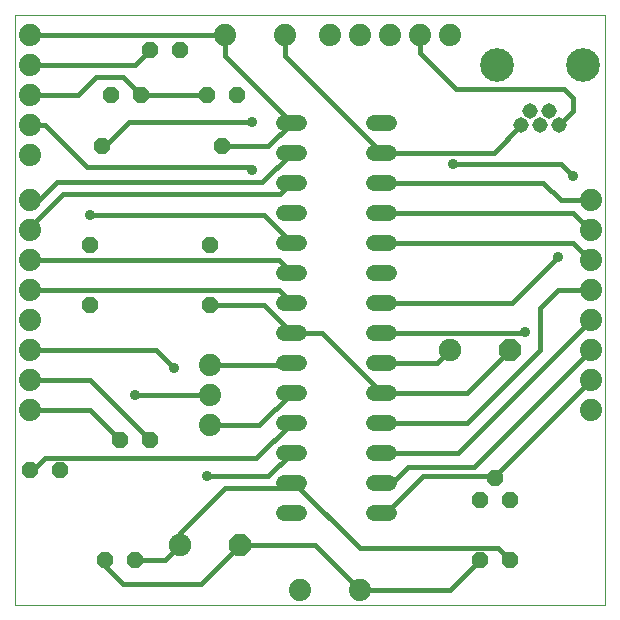
<source format=gtl>
G75*
%MOIN*%
%OFA0B0*%
%FSLAX25Y25*%
%IPPOS*%
%LPD*%
%AMOC8*
5,1,8,0,0,1.08239X$1,22.5*
%
%ADD10C,0.00000*%
%ADD11OC8,0.05200*%
%ADD12C,0.07500*%
%ADD13OC8,0.07500*%
%ADD14C,0.07400*%
%ADD15C,0.05200*%
%ADD16C,0.05150*%
%ADD17C,0.11220*%
%ADD18C,0.01600*%
%ADD19C,0.03562*%
D10*
X0001800Y0002800D02*
X0001800Y0199650D01*
X0198650Y0199650D01*
X0198650Y0002800D01*
X0001800Y0002800D01*
D11*
X0031800Y0017800D03*
X0041800Y0017800D03*
X0016800Y0047800D03*
X0006800Y0047800D03*
X0036800Y0057800D03*
X0046800Y0057800D03*
X0026800Y0102800D03*
X0026800Y0122800D03*
X0030800Y0155800D03*
X0033800Y0172800D03*
X0043800Y0172800D03*
X0046800Y0187800D03*
X0056800Y0187800D03*
X0065800Y0172800D03*
X0075800Y0172800D03*
X0070800Y0155800D03*
X0066800Y0122800D03*
X0066800Y0102800D03*
X0156800Y0037800D03*
X0161800Y0045300D03*
X0166800Y0037800D03*
X0166800Y0017800D03*
X0156800Y0017800D03*
D12*
X0146800Y0087800D03*
X0056800Y0022800D03*
D13*
X0076800Y0022800D03*
X0166800Y0087800D03*
D14*
X0193800Y0087800D03*
X0193800Y0077800D03*
X0193800Y0067800D03*
X0193800Y0097800D03*
X0193800Y0107800D03*
X0193800Y0117800D03*
X0193800Y0127800D03*
X0193800Y0137800D03*
X0146800Y0192800D03*
X0136800Y0192800D03*
X0126800Y0192800D03*
X0116800Y0192800D03*
X0106800Y0192800D03*
X0091800Y0192800D03*
X0071800Y0192800D03*
X0006800Y0192800D03*
X0006800Y0182800D03*
X0006800Y0172800D03*
X0006800Y0162800D03*
X0006800Y0152800D03*
X0006800Y0137800D03*
X0006800Y0127800D03*
X0006800Y0117800D03*
X0006800Y0107800D03*
X0006800Y0097800D03*
X0006800Y0087800D03*
X0006800Y0077800D03*
X0006800Y0067800D03*
X0066800Y0062800D03*
X0066800Y0072800D03*
X0066800Y0082800D03*
X0096800Y0007800D03*
X0116800Y0007800D03*
D15*
X0121483Y0033666D02*
X0126683Y0033666D01*
X0126683Y0043666D02*
X0121483Y0043666D01*
X0121483Y0053666D02*
X0126683Y0053666D01*
X0126683Y0063666D02*
X0121483Y0063666D01*
X0121483Y0073666D02*
X0126683Y0073666D01*
X0126683Y0083666D02*
X0121483Y0083666D01*
X0121483Y0093666D02*
X0126683Y0093666D01*
X0126683Y0103666D02*
X0121483Y0103666D01*
X0121483Y0113666D02*
X0126683Y0113666D01*
X0126683Y0123666D02*
X0121483Y0123666D01*
X0121483Y0133666D02*
X0126683Y0133666D01*
X0126683Y0143666D02*
X0121483Y0143666D01*
X0121483Y0153666D02*
X0126683Y0153666D01*
X0126683Y0163666D02*
X0121483Y0163666D01*
X0096683Y0163666D02*
X0091483Y0163666D01*
X0091483Y0153666D02*
X0096683Y0153666D01*
X0096683Y0143666D02*
X0091483Y0143666D01*
X0091483Y0133666D02*
X0096683Y0133666D01*
X0096683Y0123666D02*
X0091483Y0123666D01*
X0091483Y0113666D02*
X0096683Y0113666D01*
X0096683Y0103666D02*
X0091483Y0103666D01*
X0091483Y0093666D02*
X0096683Y0093666D01*
X0096683Y0083666D02*
X0091483Y0083666D01*
X0091483Y0073666D02*
X0096683Y0073666D01*
X0096683Y0063666D02*
X0091483Y0063666D01*
X0091483Y0053666D02*
X0096683Y0053666D01*
X0096683Y0043666D02*
X0091483Y0043666D01*
X0091483Y0033666D02*
X0096683Y0033666D01*
D16*
X0170501Y0162721D03*
X0173650Y0167446D03*
X0176800Y0162721D03*
X0179950Y0167446D03*
X0183099Y0162721D03*
D17*
X0191170Y0182800D03*
X0162430Y0182800D03*
D18*
X0148800Y0174800D02*
X0184800Y0174800D01*
X0187800Y0171800D01*
X0187800Y0167422D01*
X0183099Y0162721D01*
X0183800Y0149800D02*
X0147800Y0149800D01*
X0161446Y0153666D02*
X0170501Y0162721D01*
X0161446Y0153666D02*
X0124083Y0153666D01*
X0091800Y0185950D01*
X0091800Y0192800D01*
X0071800Y0192800D02*
X0071800Y0185950D01*
X0094083Y0163666D01*
X0086217Y0155800D01*
X0070800Y0155800D01*
X0079800Y0148800D02*
X0080800Y0147800D01*
X0079800Y0148800D02*
X0025800Y0148800D01*
X0011800Y0162800D01*
X0006800Y0162800D01*
X0006800Y0172800D02*
X0022800Y0172800D01*
X0028800Y0178800D01*
X0037800Y0178800D01*
X0043800Y0172800D01*
X0065800Y0172800D01*
X0080800Y0163800D02*
X0039800Y0163800D01*
X0031800Y0155800D01*
X0030800Y0155800D01*
X0015800Y0143800D02*
X0084217Y0143800D01*
X0094083Y0153666D01*
X0094083Y0143666D02*
X0090217Y0139800D01*
X0017800Y0139800D01*
X0006800Y0128800D01*
X0006800Y0127800D01*
X0006800Y0117800D02*
X0089950Y0117800D01*
X0094083Y0113666D01*
X0089950Y0107800D02*
X0094083Y0103666D01*
X0089950Y0107800D02*
X0006800Y0107800D01*
X0006800Y0087800D02*
X0048800Y0087800D01*
X0054800Y0081800D01*
X0066800Y0082800D02*
X0093217Y0082800D01*
X0094083Y0083666D01*
X0094083Y0073666D02*
X0083217Y0062800D01*
X0066800Y0062800D01*
X0066800Y0072800D02*
X0041800Y0072800D01*
X0026800Y0067800D02*
X0036800Y0057800D01*
X0046800Y0057800D02*
X0026800Y0077800D01*
X0006800Y0077800D01*
X0006800Y0067800D02*
X0026800Y0067800D01*
X0011800Y0051800D02*
X0082217Y0051800D01*
X0094083Y0063666D01*
X0094083Y0053666D02*
X0086217Y0045800D01*
X0065800Y0045800D01*
X0071800Y0041800D02*
X0092217Y0041800D01*
X0094083Y0043666D01*
X0094934Y0043666D01*
X0116800Y0021800D01*
X0162800Y0021800D01*
X0166800Y0017800D01*
X0156800Y0017800D02*
X0146800Y0007800D01*
X0116800Y0007800D01*
X0101800Y0022800D01*
X0076800Y0022800D01*
X0063800Y0009800D01*
X0037800Y0009800D01*
X0031800Y0015800D01*
X0031800Y0017800D01*
X0041800Y0017800D02*
X0051800Y0017800D01*
X0056800Y0022800D01*
X0056800Y0026800D01*
X0071800Y0041800D01*
X0124083Y0043666D02*
X0127666Y0043666D01*
X0132800Y0048800D01*
X0154800Y0048800D01*
X0193800Y0087800D01*
X0193800Y0077800D02*
X0161800Y0045800D01*
X0161800Y0045300D01*
X0161300Y0045800D01*
X0137800Y0045800D01*
X0125666Y0033666D01*
X0124083Y0033666D01*
X0124083Y0053666D02*
X0149666Y0053666D01*
X0193800Y0097800D01*
X0193800Y0107800D02*
X0182800Y0107800D01*
X0176800Y0101800D01*
X0176800Y0087800D01*
X0152666Y0063666D01*
X0124083Y0063666D01*
X0124083Y0073666D02*
X0104083Y0093666D01*
X0094083Y0093666D01*
X0084950Y0102800D01*
X0066800Y0102800D01*
X0094083Y0123666D02*
X0084950Y0132800D01*
X0026800Y0132800D01*
X0015800Y0143800D02*
X0009800Y0137800D01*
X0006800Y0137800D01*
X0006800Y0182800D02*
X0041800Y0182800D01*
X0046800Y0187800D01*
X0071800Y0192800D02*
X0006800Y0192800D01*
X0124083Y0143666D02*
X0177934Y0143666D01*
X0183800Y0137800D01*
X0193800Y0137800D01*
X0187934Y0133666D02*
X0193800Y0127800D01*
X0187934Y0123666D02*
X0193800Y0117800D01*
X0187934Y0123666D02*
X0124083Y0123666D01*
X0124083Y0133666D02*
X0187934Y0133666D01*
X0187800Y0145800D02*
X0183800Y0149800D01*
X0182800Y0118800D02*
X0167666Y0103666D01*
X0124083Y0103666D01*
X0124083Y0093666D02*
X0171666Y0093666D01*
X0171800Y0093800D01*
X0166800Y0087800D02*
X0152666Y0073666D01*
X0124083Y0073666D01*
X0124083Y0083666D02*
X0142666Y0083666D01*
X0146800Y0087800D01*
X0148800Y0174800D02*
X0136800Y0186800D01*
X0136800Y0192800D01*
X0011800Y0051800D02*
X0007800Y0047800D01*
X0006800Y0047800D01*
D19*
X0041800Y0072800D03*
X0054800Y0081800D03*
X0065800Y0045800D03*
X0026800Y0132800D03*
X0080800Y0147800D03*
X0080800Y0163800D03*
X0147800Y0149800D03*
X0182800Y0118800D03*
X0171800Y0093800D03*
X0187800Y0145800D03*
M02*

</source>
